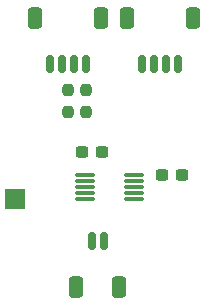
<source format=gbr>
%TF.GenerationSoftware,KiCad,Pcbnew,7.0.5*%
%TF.CreationDate,2023-06-11T15:17:49-05:00*%
%TF.ProjectId,DRV2605,44525632-3630-4352-9e6b-696361645f70,rev?*%
%TF.SameCoordinates,Original*%
%TF.FileFunction,Soldermask,Top*%
%TF.FilePolarity,Negative*%
%FSLAX46Y46*%
G04 Gerber Fmt 4.6, Leading zero omitted, Abs format (unit mm)*
G04 Created by KiCad (PCBNEW 7.0.5) date 2023-06-11 15:17:49*
%MOMM*%
%LPD*%
G01*
G04 APERTURE LIST*
G04 Aperture macros list*
%AMRoundRect*
0 Rectangle with rounded corners*
0 $1 Rounding radius*
0 $2 $3 $4 $5 $6 $7 $8 $9 X,Y pos of 4 corners*
0 Add a 4 corners polygon primitive as box body*
4,1,4,$2,$3,$4,$5,$6,$7,$8,$9,$2,$3,0*
0 Add four circle primitives for the rounded corners*
1,1,$1+$1,$2,$3*
1,1,$1+$1,$4,$5*
1,1,$1+$1,$6,$7*
1,1,$1+$1,$8,$9*
0 Add four rect primitives between the rounded corners*
20,1,$1+$1,$2,$3,$4,$5,0*
20,1,$1+$1,$4,$5,$6,$7,0*
20,1,$1+$1,$6,$7,$8,$9,0*
20,1,$1+$1,$8,$9,$2,$3,0*%
G04 Aperture macros list end*
%ADD10O,1.699999X0.299999*%
%ADD11RoundRect,0.237500X0.237500X-0.250000X0.237500X0.250000X-0.237500X0.250000X-0.237500X-0.250000X0*%
%ADD12RoundRect,0.150000X0.150000X0.625000X-0.150000X0.625000X-0.150000X-0.625000X0.150000X-0.625000X0*%
%ADD13RoundRect,0.250000X0.350000X0.650000X-0.350000X0.650000X-0.350000X-0.650000X0.350000X-0.650000X0*%
%ADD14R,1.700000X1.700000*%
%ADD15RoundRect,0.150000X-0.150000X-0.625000X0.150000X-0.625000X0.150000X0.625000X-0.150000X0.625000X0*%
%ADD16RoundRect,0.250000X-0.350000X-0.650000X0.350000X-0.650000X0.350000X0.650000X-0.350000X0.650000X0*%
%ADD17RoundRect,0.237500X-0.300000X-0.237500X0.300000X-0.237500X0.300000X0.237500X-0.300000X0.237500X0*%
G04 APERTURE END LIST*
D10*
%TO.C,U1*%
X109750002Y-114399999D03*
X109750002Y-114899998D03*
X109750002Y-115400000D03*
X109750002Y-115899999D03*
X109750002Y-116400001D03*
X113850001Y-116400001D03*
X113850001Y-115899999D03*
X113850001Y-115400000D03*
X113850001Y-114899998D03*
X113850001Y-114399999D03*
%TD*%
D11*
%TO.C,R2*%
X108300000Y-109012500D03*
X108300000Y-107187500D03*
%TD*%
%TO.C,R1*%
X109800000Y-109012500D03*
X109800000Y-107187500D03*
%TD*%
D12*
%TO.C,J4*%
X117600000Y-104975000D03*
X116600000Y-104975000D03*
X115600000Y-104975000D03*
X114600000Y-104975000D03*
D13*
X113300000Y-101100000D03*
X118900000Y-101100000D03*
%TD*%
D14*
%TO.C,J3*%
X103800000Y-116400000D03*
%TD*%
D15*
%TO.C,J2*%
X110300000Y-120000000D03*
X111300000Y-120000000D03*
D16*
X109000000Y-123875000D03*
X112600000Y-123875000D03*
%TD*%
D12*
%TO.C,J1*%
X109800000Y-104975000D03*
X108800000Y-104975000D03*
X107800000Y-104975000D03*
X106800000Y-104975000D03*
D13*
X105500000Y-101100000D03*
X111100000Y-101100000D03*
%TD*%
D17*
%TO.C,C2*%
X109437500Y-112400000D03*
X111162500Y-112400000D03*
%TD*%
%TO.C,C1*%
X116237500Y-114400000D03*
X117962500Y-114400000D03*
%TD*%
M02*

</source>
